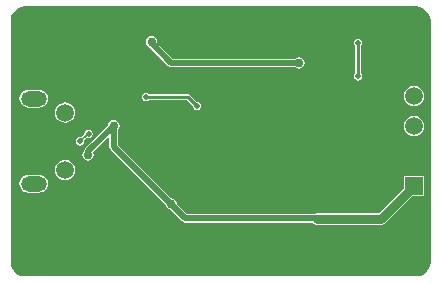
<source format=gbl>
G04*
G04 #@! TF.GenerationSoftware,Altium Limited,Altium Designer,20.1.7 (139)*
G04*
G04 Layer_Physical_Order=2*
G04 Layer_Color=16711680*
%FSLAX25Y25*%
%MOIN*%
G70*
G04*
G04 #@! TF.SameCoordinates,8D634492-3E34-4B73-8720-EB9472E910E3*
G04*
G04*
G04 #@! TF.FilePolarity,Positive*
G04*
G01*
G75*
%ADD13C,0.01000*%
%ADD43C,0.02000*%
%ADD44C,0.03000*%
%ADD47C,0.00689*%
%ADD48C,0.05906*%
%ADD49R,0.05906X0.05906*%
%ADD50O,0.08658X0.05118*%
%ADD51C,0.05906*%
%ADD52C,0.03000*%
%ADD53C,0.02000*%
G36*
X136458Y44808D02*
X137368Y44431D01*
X138187Y43884D01*
X138884Y43187D01*
X139431Y42368D01*
X139808Y41458D01*
X140000Y40492D01*
Y40000D01*
Y-40000D01*
Y-40492D01*
X139808Y-41458D01*
X139431Y-42368D01*
X138884Y-43187D01*
X138187Y-43884D01*
X137368Y-44431D01*
X136458Y-44808D01*
X135493Y-45000D01*
X4507D01*
X3542Y-44808D01*
X2632Y-44431D01*
X1813Y-43884D01*
X1116Y-43187D01*
X569Y-42368D01*
X192Y-41458D01*
X0Y-40492D01*
Y-40000D01*
Y40000D01*
Y40492D01*
X192Y41458D01*
X569Y42368D01*
X1116Y43187D01*
X1813Y43884D01*
X2632Y44431D01*
X3542Y44808D01*
X4507Y45000D01*
X135493D01*
X136458Y44808D01*
D02*
G37*
%LPC*%
G36*
X47000Y35137D02*
X46259Y34990D01*
X45630Y34570D01*
X45210Y33941D01*
X45063Y33200D01*
X45210Y32459D01*
X45630Y31830D01*
X46259Y31410D01*
X46274Y31407D01*
X52591Y25091D01*
X53054Y24781D01*
X53600Y24673D01*
X53600Y24673D01*
X94916D01*
X95459Y24310D01*
X96200Y24163D01*
X96941Y24310D01*
X97570Y24730D01*
X97990Y25359D01*
X98137Y26100D01*
X97990Y26841D01*
X97570Y27470D01*
X96941Y27890D01*
X96200Y28037D01*
X95459Y27890D01*
X94916Y27527D01*
X54191D01*
X48868Y32851D01*
X48937Y33200D01*
X48790Y33941D01*
X48370Y34570D01*
X47741Y34990D01*
X47000Y35137D01*
D02*
G37*
G36*
X115900Y34227D02*
X115354Y34119D01*
X114891Y33809D01*
X114581Y33346D01*
X114473Y32800D01*
X114581Y32254D01*
X114891Y31791D01*
X114982Y31729D01*
Y22671D01*
X114891Y22609D01*
X114581Y22146D01*
X114473Y21600D01*
X114581Y21054D01*
X114891Y20591D01*
X115354Y20281D01*
X115900Y20173D01*
X116446Y20281D01*
X116909Y20591D01*
X117219Y21054D01*
X117327Y21600D01*
X117219Y22146D01*
X116909Y22609D01*
X116818Y22671D01*
Y31729D01*
X116909Y31791D01*
X117219Y32254D01*
X117327Y32800D01*
X117219Y33346D01*
X116909Y33809D01*
X116446Y34119D01*
X115900Y34227D01*
D02*
G37*
G36*
X134500Y18382D02*
X133625Y18267D01*
X132809Y17929D01*
X132109Y17391D01*
X131571Y16691D01*
X131234Y15875D01*
X131118Y15000D01*
X131234Y14125D01*
X131571Y13309D01*
X132109Y12609D01*
X132809Y12071D01*
X133625Y11733D01*
X134500Y11618D01*
X135375Y11733D01*
X136191Y12071D01*
X136891Y12609D01*
X137429Y13309D01*
X137767Y14125D01*
X137882Y15000D01*
X137767Y15875D01*
X137429Y16691D01*
X136891Y17391D01*
X136191Y17929D01*
X135375Y18267D01*
X134500Y18382D01*
D02*
G37*
G36*
X9514Y17158D02*
X5974D01*
X5202Y17056D01*
X4482Y16758D01*
X3864Y16284D01*
X3390Y15666D01*
X3091Y14946D01*
X2990Y14173D01*
X3091Y13401D01*
X3390Y12681D01*
X3864Y12063D01*
X4482Y11589D01*
X5202Y11290D01*
X5974Y11189D01*
X9514D01*
X10286Y11290D01*
X11006Y11589D01*
X11624Y12063D01*
X12099Y12681D01*
X12397Y13401D01*
X12498Y14173D01*
X12397Y14946D01*
X12099Y15666D01*
X11624Y16284D01*
X11006Y16758D01*
X10286Y17056D01*
X9514Y17158D01*
D02*
G37*
G36*
X45200Y16227D02*
X44654Y16119D01*
X44191Y15809D01*
X43881Y15346D01*
X43773Y14800D01*
X43881Y14254D01*
X44191Y13791D01*
X44654Y13481D01*
X45200Y13373D01*
X45746Y13481D01*
X46209Y13791D01*
X46271Y13882D01*
X58820D01*
X60794Y11908D01*
X60773Y11800D01*
X60881Y11254D01*
X61191Y10791D01*
X61654Y10481D01*
X62200Y10373D01*
X62746Y10481D01*
X63209Y10791D01*
X63519Y11254D01*
X63627Y11800D01*
X63519Y12346D01*
X63209Y12809D01*
X62746Y13119D01*
X62200Y13227D01*
X62092Y13206D01*
X59849Y15449D01*
X59551Y15648D01*
X59200Y15718D01*
X46271D01*
X46209Y15809D01*
X45746Y16119D01*
X45200Y16227D01*
D02*
G37*
G36*
X18256Y12929D02*
X17381Y12814D01*
X16565Y12476D01*
X15865Y11938D01*
X15327Y11238D01*
X14989Y10422D01*
X14874Y9547D01*
X14989Y8672D01*
X15327Y7856D01*
X15865Y7156D01*
X16565Y6619D01*
X17381Y6281D01*
X18256Y6165D01*
X19131Y6281D01*
X19947Y6619D01*
X20647Y7156D01*
X21184Y7856D01*
X21522Y8672D01*
X21638Y9547D01*
X21522Y10422D01*
X21184Y11238D01*
X20647Y11938D01*
X19947Y12476D01*
X19131Y12814D01*
X18256Y12929D01*
D02*
G37*
G36*
X134500Y8382D02*
X133625Y8266D01*
X132809Y7929D01*
X132109Y7391D01*
X131571Y6691D01*
X131234Y5875D01*
X131118Y5000D01*
X131234Y4125D01*
X131571Y3309D01*
X132109Y2609D01*
X132809Y2071D01*
X133625Y1733D01*
X134500Y1618D01*
X135375Y1733D01*
X136191Y2071D01*
X136891Y2609D01*
X137429Y3309D01*
X137767Y4125D01*
X137882Y5000D01*
X137767Y5875D01*
X137429Y6691D01*
X136891Y7391D01*
X136191Y7929D01*
X135375Y8266D01*
X134500Y8382D01*
D02*
G37*
G36*
X26000Y3827D02*
X25454Y3719D01*
X24991Y3409D01*
X24681Y2946D01*
X24584Y2458D01*
X23495Y1369D01*
X23200Y1427D01*
X22654Y1319D01*
X22191Y1009D01*
X21881Y546D01*
X21773Y0D01*
X21881Y-546D01*
X22191Y-1009D01*
X22654Y-1319D01*
X23200Y-1427D01*
X23746Y-1319D01*
X24209Y-1009D01*
X24519Y-546D01*
X24627Y0D01*
X24569Y295D01*
X25394Y1121D01*
X25454Y1081D01*
X26000Y973D01*
X26546Y1081D01*
X27009Y1391D01*
X27319Y1854D01*
X27427Y2400D01*
X27319Y2946D01*
X27009Y3409D01*
X26546Y3719D01*
X26000Y3827D01*
D02*
G37*
G36*
X18256Y-6165D02*
X17381Y-6281D01*
X16565Y-6619D01*
X15865Y-7156D01*
X15327Y-7856D01*
X14989Y-8672D01*
X14874Y-9547D01*
X14989Y-10422D01*
X15327Y-11238D01*
X15865Y-11938D01*
X16565Y-12476D01*
X17381Y-12814D01*
X18256Y-12929D01*
X19131Y-12814D01*
X19947Y-12476D01*
X20647Y-11938D01*
X21184Y-11238D01*
X21522Y-10422D01*
X21638Y-9547D01*
X21522Y-8672D01*
X21184Y-7856D01*
X20647Y-7156D01*
X19947Y-6619D01*
X19131Y-6281D01*
X18256Y-6165D01*
D02*
G37*
G36*
X9513Y-11188D02*
X5974D01*
X5201Y-11290D01*
X4482Y-11588D01*
X3863Y-12063D01*
X3389Y-12681D01*
X3091Y-13401D01*
X2989Y-14173D01*
X3091Y-14946D01*
X3389Y-15665D01*
X3863Y-16284D01*
X4482Y-16758D01*
X5201Y-17056D01*
X5974Y-17158D01*
X9513D01*
X10286Y-17056D01*
X11006Y-16758D01*
X11624Y-16284D01*
X12098Y-15665D01*
X12396Y-14946D01*
X12498Y-14173D01*
X12396Y-13401D01*
X12098Y-12681D01*
X11624Y-12063D01*
X11006Y-11588D01*
X10286Y-11290D01*
X9513Y-11188D01*
D02*
G37*
G36*
X34400Y7137D02*
X33659Y6990D01*
X33030Y6570D01*
X32610Y5941D01*
X32483Y5302D01*
X24982Y-2199D01*
X24673Y-2662D01*
X24602Y-3015D01*
X24430Y-3130D01*
X24010Y-3759D01*
X23863Y-4500D01*
X24010Y-5241D01*
X24430Y-5870D01*
X25059Y-6290D01*
X25800Y-6437D01*
X26541Y-6290D01*
X27170Y-5870D01*
X27590Y-5241D01*
X27737Y-4500D01*
X27590Y-3759D01*
X27538Y-3681D01*
X32511Y1292D01*
X32973Y1101D01*
Y-1800D01*
X32973Y-1800D01*
X33081Y-2346D01*
X33391Y-2809D01*
X51708Y-21126D01*
X51810Y-21641D01*
X52230Y-22270D01*
X52859Y-22690D01*
X53373Y-22792D01*
X57291Y-26709D01*
X57291Y-26709D01*
X57754Y-27019D01*
X58300Y-27127D01*
X100535D01*
X100630Y-27270D01*
X101259Y-27690D01*
X102000Y-27837D01*
X123600D01*
X124341Y-27690D01*
X124970Y-27270D01*
X133887Y-18353D01*
X137853D01*
Y-11647D01*
X131147D01*
Y-15613D01*
X122798Y-23963D01*
X102000D01*
X101259Y-24110D01*
X101016Y-24273D01*
X58891D01*
X55534Y-20915D01*
X55537Y-20900D01*
X55390Y-20159D01*
X54970Y-19530D01*
X54341Y-19110D01*
X53600Y-18963D01*
X53585Y-18966D01*
X35827Y-1209D01*
Y3916D01*
X36190Y4459D01*
X36337Y5200D01*
X36190Y5941D01*
X35770Y6570D01*
X35141Y6990D01*
X34400Y7137D01*
D02*
G37*
%LPD*%
D13*
X115900Y21600D02*
Y32800D01*
X59200Y14800D02*
X62200Y11800D01*
X45200Y14800D02*
X59200D01*
D43*
X34400Y-1800D02*
Y5200D01*
Y-1800D02*
X58300Y-25700D01*
X61200D02*
X101800D01*
X102000Y-25900D01*
X58300Y-25700D02*
X61200D01*
X25991Y-3209D02*
X34400Y5200D01*
X25991Y-4309D02*
Y-3209D01*
X25800Y-4500D02*
X25991Y-4309D01*
X47000Y32700D02*
X53600Y26100D01*
X47000Y32700D02*
Y33200D01*
X53600Y26100D02*
X96200D01*
D44*
X123600Y-25900D02*
X134500Y-15000D01*
X102000Y-25900D02*
X123600D01*
D47*
X23200Y0D02*
X25349Y2149D01*
X25749D01*
X26000Y2400D01*
D48*
X134500Y5000D02*
D03*
Y15000D02*
D03*
Y-5000D02*
D03*
D49*
Y-15000D02*
D03*
D50*
X7744Y-14173D02*
D03*
X7744Y14173D02*
D03*
D51*
X18256Y9547D02*
D03*
Y-9547D02*
D03*
D52*
X135200Y37000D02*
D03*
X88300Y38300D02*
D03*
X15700Y29400D02*
D03*
X53600Y-20900D02*
D03*
X23600Y-7900D02*
D03*
X25800Y-4500D02*
D03*
X34400Y5200D02*
D03*
X96200Y26100D02*
D03*
X47000Y33200D02*
D03*
D53*
X104200Y21200D02*
D03*
X77000Y29000D02*
D03*
X3700Y20100D02*
D03*
X40300Y26000D02*
D03*
X36900Y2000D02*
D03*
X25200Y-21100D02*
D03*
X40300Y-19100D02*
D03*
X109600Y-21200D02*
D03*
X68000Y-30200D02*
D03*
X115900Y21600D02*
D03*
Y32800D02*
D03*
X45200Y14800D02*
D03*
X62200Y11800D02*
D03*
X102000Y-25900D02*
D03*
X61200Y-25700D02*
D03*
X26000Y2400D02*
D03*
X23200Y0D02*
D03*
M02*

</source>
